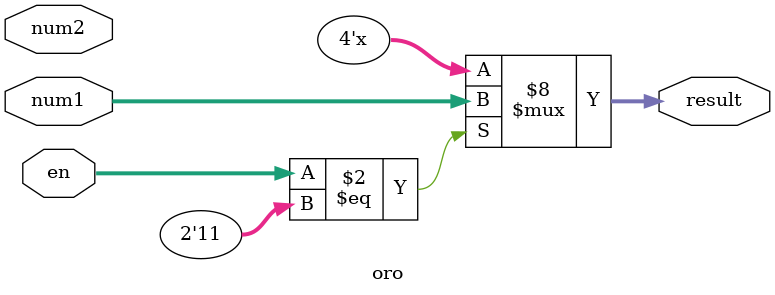
<source format=v>
module alu(
  input [3:0] num1,
  input [3:0] num2,
  input [2:0] op,
  output reg overflow,
  output reg cf,
  output [3:0] result
);

  reg [1:0] en;
  reg [3:0] tmp;

  always @ (*)
    begin
      en = 2'b00;
      tmp = num2;
      // add | sub | equal | compare
      // if(op==3'b000 | op == 3'b001 || 3'b111 || 3'b110)
      //   begin
      if(op == 3'b001) 
        tmp = ~num2 + 1;
        // end
      else if(op == 3'b111) 
        tmp = ~num2 + 1;
      else if(op == 3'b110) 
        tmp = ~num2 + 1;
      else if(op== 3'b010)  // not
        begin
          en = 2'b01;
          tmp = {4{1'b1}};
        end
      else if(op==3'b011) // and
        en = 2'b10;
      else if(op==3'b100) // or
        en = 2'b11;
      else if(op==3'b101) // xor
        en = 2'b01;
    end

    adder adder_1(en,num1,tmp,overflow,cf,result);
    xorx xor_1(en,num1,tmp,result);
    anda and_1(en,num1,tmp,result);
    oro or_1(en,num1,tmp,result);

endmodule

module adder(
  input [1:0] en,
  input [3:0] num1,
  input [3:0] num2,
  output reg overflow,
  output reg cf,
  output reg [3:0] result
);
  always @ (*) 
    begin
      if(en==2'b00)
        begin
          {cf,result} = num1 + num2;
          overflow = (num1[3] & num2[3] & ~result[3]) | (~num1[3] & ~num2[3] & result[3]);
        end
    end
endmodule

module xorx(
  input [1:0] en,
  input [3:0] num1,
  input [3:0] num2,
  output reg [3:0] result
);
  always @(*)
    begin
      if(en==2'b01)
        {result} = {num1[3] ^ num1[3],num1[2] ^ num1[2],num1[1]^num1[1],num1[0]^num1[0]};
    end
endmodule

module anda(
  input [1:0] en,
  input [3:0] num1,
  input [3:0] num2,
  output reg [3:0] result
);
  always @(*)
    begin
      if(en==2'b10)
        {result} = {num1[3] & num1[3],num1[2] & num1[2],num1[1] & num1[1],num1[0] & num1[0]};
    end
endmodule

module oro(
  input [1:0] en,
  input [3:0] num1,
  input [3:0] num2,
  output reg [3:0] result
);
  always @(*)
    begin
      if(en==2'b11)
        {result} = {num1[3] | num1[3],num1[2] | num1[2],num1[1] | num1[1],num1[0] | num1[0]};
    end
endmodule


</source>
